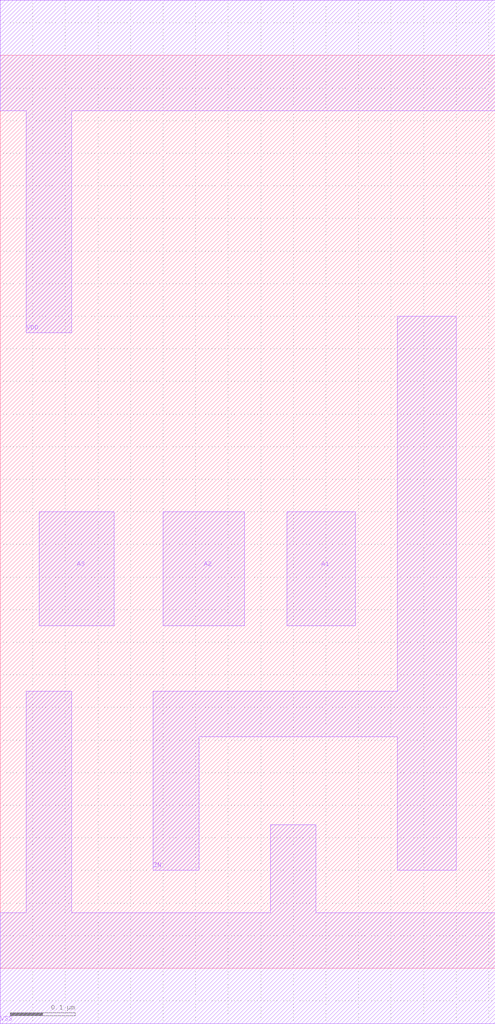
<source format=lef>
# 
# ******************************************************************************
# *                                                                            *
# *                   Copyright (C) 2004-2010, Nangate Inc.                    *
# *                           All rights reserved.                             *
# *                                                                            *
# * Nangate and the Nangate logo are trademarks of Nangate Inc.                *
# *                                                                            *
# * All trademarks, logos, software marks, and trade names (collectively the   *
# * "Marks") in this program are proprietary to Nangate or other respective    *
# * owners that have granted Nangate the right and license to use such Marks.  *
# * You are not permitted to use the Marks without the prior written consent   *
# * of Nangate or such third party that may own the Marks.                     *
# *                                                                            *
# * This file has been provided pursuant to a License Agreement containing     *
# * restrictions on its use. This file contains valuable trade secrets and     *
# * proprietary information of Nangate Inc., and is protected by U.S. and      *
# * international laws and/or treaties.                                        *
# *                                                                            *
# * The copyright notice(s) in this file does not indicate actual or intended  *
# * publication of this file.                                                  *
# *                                                                            *
# *     NGLibraryCreator, v2010.08-HR32-SP3-2010-08-05 - build 1009061800      *
# *                                                                            *
# ******************************************************************************
# 
# 
# Running on brazil06.nangate.com.br for user Giancarlo Franciscatto (gfr).
# Local time is now Fri, 3 Dec 2010, 19:32:18.
# Main process id is 27821.

VERSION 5.6 ;
BUSBITCHARS "[]" ;
DIVIDERCHAR "/" ;

MACRO NOR3_X1
  CLASS core ;
  FOREIGN NOR3_X1 0.0 0.0 ;
  ORIGIN 0 0 ;
  SYMMETRY X Y ;
  SITE FreePDK45_38x28_10R_NP_162NW_34O ;
  SIZE 0.76 BY 1.4 ;
  PIN A1
    DIRECTION INPUT ;
    ANTENNAPARTIALMETALAREA 0.018375 LAYER metal1 ;
    ANTENNAPARTIALMETALSIDEAREA 0.0728 LAYER metal1 ;
    ANTENNAGATEAREA 0.05225 ;
    PORT
      LAYER metal1 ;
        POLYGON 0.44 0.525 0.545 0.525 0.545 0.7 0.44 0.7  ;
    END
  END A1
  PIN A2
    DIRECTION INPUT ;
    ANTENNAPARTIALMETALAREA 0.021875 LAYER metal1 ;
    ANTENNAPARTIALMETALSIDEAREA 0.078 LAYER metal1 ;
    ANTENNAGATEAREA 0.05225 ;
    PORT
      LAYER metal1 ;
        POLYGON 0.25 0.525 0.375 0.525 0.375 0.7 0.25 0.7  ;
    END
  END A2
  PIN A3
    DIRECTION INPUT ;
    ANTENNAPARTIALMETALAREA 0.020125 LAYER metal1 ;
    ANTENNAPARTIALMETALSIDEAREA 0.0754 LAYER metal1 ;
    ANTENNAGATEAREA 0.05225 ;
    PORT
      LAYER metal1 ;
        POLYGON 0.06 0.525 0.175 0.525 0.175 0.7 0.06 0.7  ;
    END
  END A3
  PIN ZN
    DIRECTION OUTPUT ;
    ANTENNAPARTIALMETALAREA 0.1171 LAYER metal1 ;
    ANTENNAPARTIALMETALSIDEAREA 0.3952 LAYER metal1 ;
    ANTENNADIFFAREA 0.167825 ;
    PORT
      LAYER metal1 ;
        POLYGON 0.235 0.15 0.305 0.15 0.305 0.355 0.61 0.355 0.61 0.15 0.7 0.15 0.7 1 0.61 1 0.61 0.425 0.235 0.425  ;
    END
  END ZN
  PIN VDD
    DIRECTION INOUT ;
    USE power ;
    SHAPE ABUTMENT ;
    PORT
      LAYER metal1 ;
        POLYGON 0 1.315 0.04 1.315 0.04 0.975 0.11 0.975 0.11 1.315 0.76 1.315 0.76 1.485 0 1.485  ;
    END
  END VDD
  PIN VSS
    DIRECTION INOUT ;
    USE ground ;
    SHAPE ABUTMENT ;
    PORT
      LAYER metal1 ;
        POLYGON 0 -0.085 0.76 -0.085 0.76 0.085 0.485 0.085 0.485 0.22 0.415 0.22 0.415 0.085 0.11 0.085 0.11 0.425 0.04 0.425 0.04 0.085 0 0.085  ;
    END
  END VSS
END NOR3_X1

END LIBRARY
#
# End of file
#

</source>
